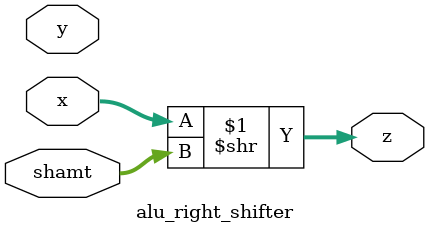
<source format=v>
module alu_right_shifter #(
	parameter WIDTH = 8,
	parameter SHIFT = 3
) (
	input  [WIDTH-1:0] x,
	input  [WIDTH-1:0] y,
	input  [SHIFT-1:0] shamt,
	output [WIDTH-1:0] z
);

assign z = x >> shamt;

endmodule

</source>
